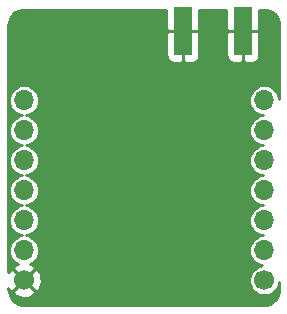
<source format=gbl>
G04 #@! TF.GenerationSoftware,KiCad,Pcbnew,(5.1.4)-1*
G04 #@! TF.CreationDate,2019-10-27T13:18:03+01:00*
G04 #@! TF.ProjectId,project,70726f6a-6563-4742-9e6b-696361645f70,rev?*
G04 #@! TF.SameCoordinates,Original*
G04 #@! TF.FileFunction,Copper,L2,Bot*
G04 #@! TF.FilePolarity,Positive*
%FSLAX46Y46*%
G04 Gerber Fmt 4.6, Leading zero omitted, Abs format (unit mm)*
G04 Created by KiCad (PCBNEW (5.1.4)-1) date 2019-10-27 13:18:03*
%MOMM*%
%LPD*%
G04 APERTURE LIST*
%ADD10R,1.524000X4.064000*%
%ADD11O,1.700000X1.700000*%
%ADD12C,1.700000*%
%ADD13C,0.800000*%
%ADD14C,0.600000*%
%ADD15C,0.254000*%
G04 APERTURE END LIST*
D10*
X136502140Y-78427580D03*
X131422140Y-78427580D03*
D11*
X117970300Y-84277200D03*
X117970300Y-86817200D03*
X117970300Y-89357200D03*
X117970300Y-91897200D03*
X117970300Y-94437200D03*
X117970300Y-96977200D03*
D12*
X117970300Y-99517200D03*
D11*
X138303000Y-84277200D03*
X138303000Y-86817200D03*
X138303000Y-89357200D03*
X138303000Y-91897200D03*
X138303000Y-94437200D03*
X138303000Y-96977200D03*
D12*
X138303000Y-99517200D03*
D13*
X135133080Y-100799900D03*
D14*
X129695960Y-81427320D03*
X130695960Y-81427320D03*
X131695960Y-81427320D03*
X132695960Y-81427320D03*
X136107440Y-81427320D03*
X137107440Y-81427320D03*
X138107440Y-81427320D03*
X139107440Y-81427320D03*
X129695960Y-82264760D03*
X130695960Y-82264760D03*
X131695960Y-82264760D03*
X132695960Y-82264760D03*
X137107440Y-82264760D03*
X138107440Y-82264760D03*
X139107440Y-82264760D03*
X117312440Y-81442560D03*
X117314980Y-77757020D03*
X124134880Y-77754480D03*
X124127260Y-79783940D03*
X129697480Y-79778860D03*
X129689860Y-77746860D03*
X138165840Y-79766160D03*
X138165840Y-77757020D03*
X117335300Y-79811880D03*
D15*
G36*
X130025140Y-78268330D02*
G01*
X130183890Y-78427080D01*
X131421640Y-78427080D01*
X131421640Y-78407080D01*
X131422640Y-78407080D01*
X131422640Y-78427080D01*
X132660390Y-78427080D01*
X132819140Y-78268330D01*
X132821884Y-76595720D01*
X135102396Y-76595720D01*
X135105140Y-78268330D01*
X135263890Y-78427080D01*
X136501640Y-78427080D01*
X136501640Y-78407080D01*
X136502640Y-78407080D01*
X136502640Y-78427080D01*
X137740390Y-78427080D01*
X137899140Y-78268330D01*
X137901884Y-76595720D01*
X138228867Y-76595720D01*
X138509391Y-76623225D01*
X138756779Y-76697917D01*
X138984951Y-76819238D01*
X139185216Y-76982570D01*
X139349937Y-77181683D01*
X139472850Y-77409004D01*
X139549268Y-77655870D01*
X139578601Y-77934957D01*
X139578601Y-84200267D01*
X139561522Y-84026864D01*
X139488502Y-83786149D01*
X139369924Y-83564304D01*
X139210344Y-83369856D01*
X139015896Y-83210276D01*
X138794051Y-83091698D01*
X138553336Y-83018678D01*
X138365726Y-83000200D01*
X138240274Y-83000200D01*
X138052664Y-83018678D01*
X137811949Y-83091698D01*
X137590104Y-83210276D01*
X137395656Y-83369856D01*
X137236076Y-83564304D01*
X137117498Y-83786149D01*
X137044478Y-84026864D01*
X137019822Y-84277200D01*
X137044478Y-84527536D01*
X137117498Y-84768251D01*
X137236076Y-84990096D01*
X137395656Y-85184544D01*
X137590104Y-85344124D01*
X137811949Y-85462702D01*
X138052664Y-85535722D01*
X138169202Y-85547200D01*
X138052664Y-85558678D01*
X137811949Y-85631698D01*
X137590104Y-85750276D01*
X137395656Y-85909856D01*
X137236076Y-86104304D01*
X137117498Y-86326149D01*
X137044478Y-86566864D01*
X137019822Y-86817200D01*
X137044478Y-87067536D01*
X137117498Y-87308251D01*
X137236076Y-87530096D01*
X137395656Y-87724544D01*
X137590104Y-87884124D01*
X137811949Y-88002702D01*
X138052664Y-88075722D01*
X138169202Y-88087200D01*
X138052664Y-88098678D01*
X137811949Y-88171698D01*
X137590104Y-88290276D01*
X137395656Y-88449856D01*
X137236076Y-88644304D01*
X137117498Y-88866149D01*
X137044478Y-89106864D01*
X137019822Y-89357200D01*
X137044478Y-89607536D01*
X137117498Y-89848251D01*
X137236076Y-90070096D01*
X137395656Y-90264544D01*
X137590104Y-90424124D01*
X137811949Y-90542702D01*
X138052664Y-90615722D01*
X138169202Y-90627200D01*
X138052664Y-90638678D01*
X137811949Y-90711698D01*
X137590104Y-90830276D01*
X137395656Y-90989856D01*
X137236076Y-91184304D01*
X137117498Y-91406149D01*
X137044478Y-91646864D01*
X137019822Y-91897200D01*
X137044478Y-92147536D01*
X137117498Y-92388251D01*
X137236076Y-92610096D01*
X137395656Y-92804544D01*
X137590104Y-92964124D01*
X137811949Y-93082702D01*
X138052664Y-93155722D01*
X138169202Y-93167200D01*
X138052664Y-93178678D01*
X137811949Y-93251698D01*
X137590104Y-93370276D01*
X137395656Y-93529856D01*
X137236076Y-93724304D01*
X137117498Y-93946149D01*
X137044478Y-94186864D01*
X137019822Y-94437200D01*
X137044478Y-94687536D01*
X137117498Y-94928251D01*
X137236076Y-95150096D01*
X137395656Y-95344544D01*
X137590104Y-95504124D01*
X137811949Y-95622702D01*
X138052664Y-95695722D01*
X138169202Y-95707200D01*
X138052664Y-95718678D01*
X137811949Y-95791698D01*
X137590104Y-95910276D01*
X137395656Y-96069856D01*
X137236076Y-96264304D01*
X137117498Y-96486149D01*
X137044478Y-96726864D01*
X137019822Y-96977200D01*
X137044478Y-97227536D01*
X137117498Y-97468251D01*
X137236076Y-97690096D01*
X137395656Y-97884544D01*
X137590104Y-98044124D01*
X137811949Y-98162702D01*
X138052664Y-98235722D01*
X138151032Y-98245410D01*
X137930513Y-98289274D01*
X137698114Y-98385537D01*
X137488960Y-98525289D01*
X137311089Y-98703160D01*
X137171337Y-98912314D01*
X137075074Y-99144713D01*
X137026000Y-99391426D01*
X137026000Y-99642974D01*
X137075074Y-99889687D01*
X137171337Y-100122086D01*
X137311089Y-100331240D01*
X137488960Y-100509111D01*
X137698114Y-100648863D01*
X137930513Y-100745126D01*
X138177226Y-100794200D01*
X138428774Y-100794200D01*
X138675487Y-100745126D01*
X138907886Y-100648863D01*
X139117040Y-100509111D01*
X139294911Y-100331240D01*
X139434663Y-100122086D01*
X139530926Y-99889687D01*
X139578600Y-99650012D01*
X139578600Y-100255866D01*
X139551095Y-100536391D01*
X139476403Y-100783779D01*
X139355082Y-101011951D01*
X139191750Y-101212216D01*
X138992635Y-101376938D01*
X138765314Y-101499850D01*
X138518449Y-101576268D01*
X138239372Y-101605600D01*
X117993634Y-101605600D01*
X117713109Y-101578095D01*
X117465721Y-101503403D01*
X117237549Y-101382082D01*
X117037284Y-101218750D01*
X116872562Y-101019635D01*
X116749650Y-100792314D01*
X116673232Y-100545449D01*
X116664297Y-100460434D01*
X117027773Y-100460434D01*
X117093620Y-100724697D01*
X117346036Y-100872527D01*
X117622442Y-100968273D01*
X117912217Y-101008255D01*
X118204224Y-100990936D01*
X118487240Y-100916983D01*
X118750392Y-100789237D01*
X118846980Y-100724697D01*
X118912827Y-100460434D01*
X117970300Y-99517907D01*
X117027773Y-100460434D01*
X116664297Y-100460434D01*
X116643900Y-100266372D01*
X116643900Y-100185306D01*
X116698263Y-100297292D01*
X116762803Y-100393880D01*
X117027066Y-100459727D01*
X117969593Y-99517200D01*
X117971007Y-99517200D01*
X118913534Y-100459727D01*
X119177797Y-100393880D01*
X119325627Y-100141464D01*
X119421373Y-99865058D01*
X119461355Y-99575283D01*
X119444036Y-99283276D01*
X119370083Y-99000260D01*
X119242337Y-98737108D01*
X119177797Y-98640520D01*
X118913534Y-98574673D01*
X117971007Y-99517200D01*
X117969593Y-99517200D01*
X117027066Y-98574673D01*
X116762803Y-98640520D01*
X116643900Y-98843544D01*
X116643900Y-84277200D01*
X116687122Y-84277200D01*
X116711778Y-84527536D01*
X116784798Y-84768251D01*
X116903376Y-84990096D01*
X117062956Y-85184544D01*
X117257404Y-85344124D01*
X117479249Y-85462702D01*
X117719964Y-85535722D01*
X117836502Y-85547200D01*
X117719964Y-85558678D01*
X117479249Y-85631698D01*
X117257404Y-85750276D01*
X117062956Y-85909856D01*
X116903376Y-86104304D01*
X116784798Y-86326149D01*
X116711778Y-86566864D01*
X116687122Y-86817200D01*
X116711778Y-87067536D01*
X116784798Y-87308251D01*
X116903376Y-87530096D01*
X117062956Y-87724544D01*
X117257404Y-87884124D01*
X117479249Y-88002702D01*
X117719964Y-88075722D01*
X117836502Y-88087200D01*
X117719964Y-88098678D01*
X117479249Y-88171698D01*
X117257404Y-88290276D01*
X117062956Y-88449856D01*
X116903376Y-88644304D01*
X116784798Y-88866149D01*
X116711778Y-89106864D01*
X116687122Y-89357200D01*
X116711778Y-89607536D01*
X116784798Y-89848251D01*
X116903376Y-90070096D01*
X117062956Y-90264544D01*
X117257404Y-90424124D01*
X117479249Y-90542702D01*
X117719964Y-90615722D01*
X117836502Y-90627200D01*
X117719964Y-90638678D01*
X117479249Y-90711698D01*
X117257404Y-90830276D01*
X117062956Y-90989856D01*
X116903376Y-91184304D01*
X116784798Y-91406149D01*
X116711778Y-91646864D01*
X116687122Y-91897200D01*
X116711778Y-92147536D01*
X116784798Y-92388251D01*
X116903376Y-92610096D01*
X117062956Y-92804544D01*
X117257404Y-92964124D01*
X117479249Y-93082702D01*
X117719964Y-93155722D01*
X117836502Y-93167200D01*
X117719964Y-93178678D01*
X117479249Y-93251698D01*
X117257404Y-93370276D01*
X117062956Y-93529856D01*
X116903376Y-93724304D01*
X116784798Y-93946149D01*
X116711778Y-94186864D01*
X116687122Y-94437200D01*
X116711778Y-94687536D01*
X116784798Y-94928251D01*
X116903376Y-95150096D01*
X117062956Y-95344544D01*
X117257404Y-95504124D01*
X117479249Y-95622702D01*
X117719964Y-95695722D01*
X117836502Y-95707200D01*
X117719964Y-95718678D01*
X117479249Y-95791698D01*
X117257404Y-95910276D01*
X117062956Y-96069856D01*
X116903376Y-96264304D01*
X116784798Y-96486149D01*
X116711778Y-96726864D01*
X116687122Y-96977200D01*
X116711778Y-97227536D01*
X116784798Y-97468251D01*
X116903376Y-97690096D01*
X117062956Y-97884544D01*
X117257404Y-98044124D01*
X117422528Y-98132384D01*
X117190208Y-98245163D01*
X117093620Y-98309703D01*
X117027773Y-98573966D01*
X117970300Y-99516493D01*
X118912827Y-98573966D01*
X118846980Y-98309703D01*
X118594564Y-98161873D01*
X118514675Y-98134200D01*
X118683196Y-98044124D01*
X118877644Y-97884544D01*
X119037224Y-97690096D01*
X119155802Y-97468251D01*
X119228822Y-97227536D01*
X119253478Y-96977200D01*
X119228822Y-96726864D01*
X119155802Y-96486149D01*
X119037224Y-96264304D01*
X118877644Y-96069856D01*
X118683196Y-95910276D01*
X118461351Y-95791698D01*
X118220636Y-95718678D01*
X118104098Y-95707200D01*
X118220636Y-95695722D01*
X118461351Y-95622702D01*
X118683196Y-95504124D01*
X118877644Y-95344544D01*
X119037224Y-95150096D01*
X119155802Y-94928251D01*
X119228822Y-94687536D01*
X119253478Y-94437200D01*
X119228822Y-94186864D01*
X119155802Y-93946149D01*
X119037224Y-93724304D01*
X118877644Y-93529856D01*
X118683196Y-93370276D01*
X118461351Y-93251698D01*
X118220636Y-93178678D01*
X118104098Y-93167200D01*
X118220636Y-93155722D01*
X118461351Y-93082702D01*
X118683196Y-92964124D01*
X118877644Y-92804544D01*
X119037224Y-92610096D01*
X119155802Y-92388251D01*
X119228822Y-92147536D01*
X119253478Y-91897200D01*
X119228822Y-91646864D01*
X119155802Y-91406149D01*
X119037224Y-91184304D01*
X118877644Y-90989856D01*
X118683196Y-90830276D01*
X118461351Y-90711698D01*
X118220636Y-90638678D01*
X118104098Y-90627200D01*
X118220636Y-90615722D01*
X118461351Y-90542702D01*
X118683196Y-90424124D01*
X118877644Y-90264544D01*
X119037224Y-90070096D01*
X119155802Y-89848251D01*
X119228822Y-89607536D01*
X119253478Y-89357200D01*
X119228822Y-89106864D01*
X119155802Y-88866149D01*
X119037224Y-88644304D01*
X118877644Y-88449856D01*
X118683196Y-88290276D01*
X118461351Y-88171698D01*
X118220636Y-88098678D01*
X118104098Y-88087200D01*
X118220636Y-88075722D01*
X118461351Y-88002702D01*
X118683196Y-87884124D01*
X118877644Y-87724544D01*
X119037224Y-87530096D01*
X119155802Y-87308251D01*
X119228822Y-87067536D01*
X119253478Y-86817200D01*
X119228822Y-86566864D01*
X119155802Y-86326149D01*
X119037224Y-86104304D01*
X118877644Y-85909856D01*
X118683196Y-85750276D01*
X118461351Y-85631698D01*
X118220636Y-85558678D01*
X118104098Y-85547200D01*
X118220636Y-85535722D01*
X118461351Y-85462702D01*
X118683196Y-85344124D01*
X118877644Y-85184544D01*
X119037224Y-84990096D01*
X119155802Y-84768251D01*
X119228822Y-84527536D01*
X119253478Y-84277200D01*
X119228822Y-84026864D01*
X119155802Y-83786149D01*
X119037224Y-83564304D01*
X118877644Y-83369856D01*
X118683196Y-83210276D01*
X118461351Y-83091698D01*
X118220636Y-83018678D01*
X118033026Y-83000200D01*
X117907574Y-83000200D01*
X117719964Y-83018678D01*
X117479249Y-83091698D01*
X117257404Y-83210276D01*
X117062956Y-83369856D01*
X116903376Y-83564304D01*
X116784798Y-83786149D01*
X116711778Y-84026864D01*
X116687122Y-84277200D01*
X116643900Y-84277200D01*
X116643900Y-80459580D01*
X130022068Y-80459580D01*
X130034328Y-80584062D01*
X130070638Y-80703760D01*
X130129603Y-80814074D01*
X130208955Y-80910765D01*
X130305646Y-80990117D01*
X130415960Y-81049082D01*
X130535658Y-81085392D01*
X130660140Y-81097652D01*
X131262890Y-81094580D01*
X131421640Y-80935830D01*
X131421640Y-78428080D01*
X131422640Y-78428080D01*
X131422640Y-80935830D01*
X131581390Y-81094580D01*
X132184140Y-81097652D01*
X132308622Y-81085392D01*
X132428320Y-81049082D01*
X132538634Y-80990117D01*
X132635325Y-80910765D01*
X132714677Y-80814074D01*
X132773642Y-80703760D01*
X132809952Y-80584062D01*
X132822212Y-80459580D01*
X135102068Y-80459580D01*
X135114328Y-80584062D01*
X135150638Y-80703760D01*
X135209603Y-80814074D01*
X135288955Y-80910765D01*
X135385646Y-80990117D01*
X135495960Y-81049082D01*
X135615658Y-81085392D01*
X135740140Y-81097652D01*
X136342890Y-81094580D01*
X136501640Y-80935830D01*
X136501640Y-78428080D01*
X136502640Y-78428080D01*
X136502640Y-80935830D01*
X136661390Y-81094580D01*
X137264140Y-81097652D01*
X137388622Y-81085392D01*
X137508320Y-81049082D01*
X137618634Y-80990117D01*
X137715325Y-80910765D01*
X137794677Y-80814074D01*
X137853642Y-80703760D01*
X137889952Y-80584062D01*
X137902212Y-80459580D01*
X137899140Y-78586830D01*
X137740390Y-78428080D01*
X136502640Y-78428080D01*
X136501640Y-78428080D01*
X135263890Y-78428080D01*
X135105140Y-78586830D01*
X135102068Y-80459580D01*
X132822212Y-80459580D01*
X132819140Y-78586830D01*
X132660390Y-78428080D01*
X131422640Y-78428080D01*
X131421640Y-78428080D01*
X130183890Y-78428080D01*
X130025140Y-78586830D01*
X130022068Y-80459580D01*
X116643900Y-80459580D01*
X116643900Y-77945453D01*
X116671405Y-77664929D01*
X116746097Y-77417541D01*
X116867418Y-77189369D01*
X117030750Y-76989104D01*
X117229863Y-76824383D01*
X117457184Y-76701470D01*
X117704050Y-76625052D01*
X117983128Y-76595720D01*
X130022396Y-76595720D01*
X130025140Y-78268330D01*
X130025140Y-78268330D01*
G37*
X130025140Y-78268330D02*
X130183890Y-78427080D01*
X131421640Y-78427080D01*
X131421640Y-78407080D01*
X131422640Y-78407080D01*
X131422640Y-78427080D01*
X132660390Y-78427080D01*
X132819140Y-78268330D01*
X132821884Y-76595720D01*
X135102396Y-76595720D01*
X135105140Y-78268330D01*
X135263890Y-78427080D01*
X136501640Y-78427080D01*
X136501640Y-78407080D01*
X136502640Y-78407080D01*
X136502640Y-78427080D01*
X137740390Y-78427080D01*
X137899140Y-78268330D01*
X137901884Y-76595720D01*
X138228867Y-76595720D01*
X138509391Y-76623225D01*
X138756779Y-76697917D01*
X138984951Y-76819238D01*
X139185216Y-76982570D01*
X139349937Y-77181683D01*
X139472850Y-77409004D01*
X139549268Y-77655870D01*
X139578601Y-77934957D01*
X139578601Y-84200267D01*
X139561522Y-84026864D01*
X139488502Y-83786149D01*
X139369924Y-83564304D01*
X139210344Y-83369856D01*
X139015896Y-83210276D01*
X138794051Y-83091698D01*
X138553336Y-83018678D01*
X138365726Y-83000200D01*
X138240274Y-83000200D01*
X138052664Y-83018678D01*
X137811949Y-83091698D01*
X137590104Y-83210276D01*
X137395656Y-83369856D01*
X137236076Y-83564304D01*
X137117498Y-83786149D01*
X137044478Y-84026864D01*
X137019822Y-84277200D01*
X137044478Y-84527536D01*
X137117498Y-84768251D01*
X137236076Y-84990096D01*
X137395656Y-85184544D01*
X137590104Y-85344124D01*
X137811949Y-85462702D01*
X138052664Y-85535722D01*
X138169202Y-85547200D01*
X138052664Y-85558678D01*
X137811949Y-85631698D01*
X137590104Y-85750276D01*
X137395656Y-85909856D01*
X137236076Y-86104304D01*
X137117498Y-86326149D01*
X137044478Y-86566864D01*
X137019822Y-86817200D01*
X137044478Y-87067536D01*
X137117498Y-87308251D01*
X137236076Y-87530096D01*
X137395656Y-87724544D01*
X137590104Y-87884124D01*
X137811949Y-88002702D01*
X138052664Y-88075722D01*
X138169202Y-88087200D01*
X138052664Y-88098678D01*
X137811949Y-88171698D01*
X137590104Y-88290276D01*
X137395656Y-88449856D01*
X137236076Y-88644304D01*
X137117498Y-88866149D01*
X137044478Y-89106864D01*
X137019822Y-89357200D01*
X137044478Y-89607536D01*
X137117498Y-89848251D01*
X137236076Y-90070096D01*
X137395656Y-90264544D01*
X137590104Y-90424124D01*
X137811949Y-90542702D01*
X138052664Y-90615722D01*
X138169202Y-90627200D01*
X138052664Y-90638678D01*
X137811949Y-90711698D01*
X137590104Y-90830276D01*
X137395656Y-90989856D01*
X137236076Y-91184304D01*
X137117498Y-91406149D01*
X137044478Y-91646864D01*
X137019822Y-91897200D01*
X137044478Y-92147536D01*
X137117498Y-92388251D01*
X137236076Y-92610096D01*
X137395656Y-92804544D01*
X137590104Y-92964124D01*
X137811949Y-93082702D01*
X138052664Y-93155722D01*
X138169202Y-93167200D01*
X138052664Y-93178678D01*
X137811949Y-93251698D01*
X137590104Y-93370276D01*
X137395656Y-93529856D01*
X137236076Y-93724304D01*
X137117498Y-93946149D01*
X137044478Y-94186864D01*
X137019822Y-94437200D01*
X137044478Y-94687536D01*
X137117498Y-94928251D01*
X137236076Y-95150096D01*
X137395656Y-95344544D01*
X137590104Y-95504124D01*
X137811949Y-95622702D01*
X138052664Y-95695722D01*
X138169202Y-95707200D01*
X138052664Y-95718678D01*
X137811949Y-95791698D01*
X137590104Y-95910276D01*
X137395656Y-96069856D01*
X137236076Y-96264304D01*
X137117498Y-96486149D01*
X137044478Y-96726864D01*
X137019822Y-96977200D01*
X137044478Y-97227536D01*
X137117498Y-97468251D01*
X137236076Y-97690096D01*
X137395656Y-97884544D01*
X137590104Y-98044124D01*
X137811949Y-98162702D01*
X138052664Y-98235722D01*
X138151032Y-98245410D01*
X137930513Y-98289274D01*
X137698114Y-98385537D01*
X137488960Y-98525289D01*
X137311089Y-98703160D01*
X137171337Y-98912314D01*
X137075074Y-99144713D01*
X137026000Y-99391426D01*
X137026000Y-99642974D01*
X137075074Y-99889687D01*
X137171337Y-100122086D01*
X137311089Y-100331240D01*
X137488960Y-100509111D01*
X137698114Y-100648863D01*
X137930513Y-100745126D01*
X138177226Y-100794200D01*
X138428774Y-100794200D01*
X138675487Y-100745126D01*
X138907886Y-100648863D01*
X139117040Y-100509111D01*
X139294911Y-100331240D01*
X139434663Y-100122086D01*
X139530926Y-99889687D01*
X139578600Y-99650012D01*
X139578600Y-100255866D01*
X139551095Y-100536391D01*
X139476403Y-100783779D01*
X139355082Y-101011951D01*
X139191750Y-101212216D01*
X138992635Y-101376938D01*
X138765314Y-101499850D01*
X138518449Y-101576268D01*
X138239372Y-101605600D01*
X117993634Y-101605600D01*
X117713109Y-101578095D01*
X117465721Y-101503403D01*
X117237549Y-101382082D01*
X117037284Y-101218750D01*
X116872562Y-101019635D01*
X116749650Y-100792314D01*
X116673232Y-100545449D01*
X116664297Y-100460434D01*
X117027773Y-100460434D01*
X117093620Y-100724697D01*
X117346036Y-100872527D01*
X117622442Y-100968273D01*
X117912217Y-101008255D01*
X118204224Y-100990936D01*
X118487240Y-100916983D01*
X118750392Y-100789237D01*
X118846980Y-100724697D01*
X118912827Y-100460434D01*
X117970300Y-99517907D01*
X117027773Y-100460434D01*
X116664297Y-100460434D01*
X116643900Y-100266372D01*
X116643900Y-100185306D01*
X116698263Y-100297292D01*
X116762803Y-100393880D01*
X117027066Y-100459727D01*
X117969593Y-99517200D01*
X117971007Y-99517200D01*
X118913534Y-100459727D01*
X119177797Y-100393880D01*
X119325627Y-100141464D01*
X119421373Y-99865058D01*
X119461355Y-99575283D01*
X119444036Y-99283276D01*
X119370083Y-99000260D01*
X119242337Y-98737108D01*
X119177797Y-98640520D01*
X118913534Y-98574673D01*
X117971007Y-99517200D01*
X117969593Y-99517200D01*
X117027066Y-98574673D01*
X116762803Y-98640520D01*
X116643900Y-98843544D01*
X116643900Y-84277200D01*
X116687122Y-84277200D01*
X116711778Y-84527536D01*
X116784798Y-84768251D01*
X116903376Y-84990096D01*
X117062956Y-85184544D01*
X117257404Y-85344124D01*
X117479249Y-85462702D01*
X117719964Y-85535722D01*
X117836502Y-85547200D01*
X117719964Y-85558678D01*
X117479249Y-85631698D01*
X117257404Y-85750276D01*
X117062956Y-85909856D01*
X116903376Y-86104304D01*
X116784798Y-86326149D01*
X116711778Y-86566864D01*
X116687122Y-86817200D01*
X116711778Y-87067536D01*
X116784798Y-87308251D01*
X116903376Y-87530096D01*
X117062956Y-87724544D01*
X117257404Y-87884124D01*
X117479249Y-88002702D01*
X117719964Y-88075722D01*
X117836502Y-88087200D01*
X117719964Y-88098678D01*
X117479249Y-88171698D01*
X117257404Y-88290276D01*
X117062956Y-88449856D01*
X116903376Y-88644304D01*
X116784798Y-88866149D01*
X116711778Y-89106864D01*
X116687122Y-89357200D01*
X116711778Y-89607536D01*
X116784798Y-89848251D01*
X116903376Y-90070096D01*
X117062956Y-90264544D01*
X117257404Y-90424124D01*
X117479249Y-90542702D01*
X117719964Y-90615722D01*
X117836502Y-90627200D01*
X117719964Y-90638678D01*
X117479249Y-90711698D01*
X117257404Y-90830276D01*
X117062956Y-90989856D01*
X116903376Y-91184304D01*
X116784798Y-91406149D01*
X116711778Y-91646864D01*
X116687122Y-91897200D01*
X116711778Y-92147536D01*
X116784798Y-92388251D01*
X116903376Y-92610096D01*
X117062956Y-92804544D01*
X117257404Y-92964124D01*
X117479249Y-93082702D01*
X117719964Y-93155722D01*
X117836502Y-93167200D01*
X117719964Y-93178678D01*
X117479249Y-93251698D01*
X117257404Y-93370276D01*
X117062956Y-93529856D01*
X116903376Y-93724304D01*
X116784798Y-93946149D01*
X116711778Y-94186864D01*
X116687122Y-94437200D01*
X116711778Y-94687536D01*
X116784798Y-94928251D01*
X116903376Y-95150096D01*
X117062956Y-95344544D01*
X117257404Y-95504124D01*
X117479249Y-95622702D01*
X117719964Y-95695722D01*
X117836502Y-95707200D01*
X117719964Y-95718678D01*
X117479249Y-95791698D01*
X117257404Y-95910276D01*
X117062956Y-96069856D01*
X116903376Y-96264304D01*
X116784798Y-96486149D01*
X116711778Y-96726864D01*
X116687122Y-96977200D01*
X116711778Y-97227536D01*
X116784798Y-97468251D01*
X116903376Y-97690096D01*
X117062956Y-97884544D01*
X117257404Y-98044124D01*
X117422528Y-98132384D01*
X117190208Y-98245163D01*
X117093620Y-98309703D01*
X117027773Y-98573966D01*
X117970300Y-99516493D01*
X118912827Y-98573966D01*
X118846980Y-98309703D01*
X118594564Y-98161873D01*
X118514675Y-98134200D01*
X118683196Y-98044124D01*
X118877644Y-97884544D01*
X119037224Y-97690096D01*
X119155802Y-97468251D01*
X119228822Y-97227536D01*
X119253478Y-96977200D01*
X119228822Y-96726864D01*
X119155802Y-96486149D01*
X119037224Y-96264304D01*
X118877644Y-96069856D01*
X118683196Y-95910276D01*
X118461351Y-95791698D01*
X118220636Y-95718678D01*
X118104098Y-95707200D01*
X118220636Y-95695722D01*
X118461351Y-95622702D01*
X118683196Y-95504124D01*
X118877644Y-95344544D01*
X119037224Y-95150096D01*
X119155802Y-94928251D01*
X119228822Y-94687536D01*
X119253478Y-94437200D01*
X119228822Y-94186864D01*
X119155802Y-93946149D01*
X119037224Y-93724304D01*
X118877644Y-93529856D01*
X118683196Y-93370276D01*
X118461351Y-93251698D01*
X118220636Y-93178678D01*
X118104098Y-93167200D01*
X118220636Y-93155722D01*
X118461351Y-93082702D01*
X118683196Y-92964124D01*
X118877644Y-92804544D01*
X119037224Y-92610096D01*
X119155802Y-92388251D01*
X119228822Y-92147536D01*
X119253478Y-91897200D01*
X119228822Y-91646864D01*
X119155802Y-91406149D01*
X119037224Y-91184304D01*
X118877644Y-90989856D01*
X118683196Y-90830276D01*
X118461351Y-90711698D01*
X118220636Y-90638678D01*
X118104098Y-90627200D01*
X118220636Y-90615722D01*
X118461351Y-90542702D01*
X118683196Y-90424124D01*
X118877644Y-90264544D01*
X119037224Y-90070096D01*
X119155802Y-89848251D01*
X119228822Y-89607536D01*
X119253478Y-89357200D01*
X119228822Y-89106864D01*
X119155802Y-88866149D01*
X119037224Y-88644304D01*
X118877644Y-88449856D01*
X118683196Y-88290276D01*
X118461351Y-88171698D01*
X118220636Y-88098678D01*
X118104098Y-88087200D01*
X118220636Y-88075722D01*
X118461351Y-88002702D01*
X118683196Y-87884124D01*
X118877644Y-87724544D01*
X119037224Y-87530096D01*
X119155802Y-87308251D01*
X119228822Y-87067536D01*
X119253478Y-86817200D01*
X119228822Y-86566864D01*
X119155802Y-86326149D01*
X119037224Y-86104304D01*
X118877644Y-85909856D01*
X118683196Y-85750276D01*
X118461351Y-85631698D01*
X118220636Y-85558678D01*
X118104098Y-85547200D01*
X118220636Y-85535722D01*
X118461351Y-85462702D01*
X118683196Y-85344124D01*
X118877644Y-85184544D01*
X119037224Y-84990096D01*
X119155802Y-84768251D01*
X119228822Y-84527536D01*
X119253478Y-84277200D01*
X119228822Y-84026864D01*
X119155802Y-83786149D01*
X119037224Y-83564304D01*
X118877644Y-83369856D01*
X118683196Y-83210276D01*
X118461351Y-83091698D01*
X118220636Y-83018678D01*
X118033026Y-83000200D01*
X117907574Y-83000200D01*
X117719964Y-83018678D01*
X117479249Y-83091698D01*
X117257404Y-83210276D01*
X117062956Y-83369856D01*
X116903376Y-83564304D01*
X116784798Y-83786149D01*
X116711778Y-84026864D01*
X116687122Y-84277200D01*
X116643900Y-84277200D01*
X116643900Y-80459580D01*
X130022068Y-80459580D01*
X130034328Y-80584062D01*
X130070638Y-80703760D01*
X130129603Y-80814074D01*
X130208955Y-80910765D01*
X130305646Y-80990117D01*
X130415960Y-81049082D01*
X130535658Y-81085392D01*
X130660140Y-81097652D01*
X131262890Y-81094580D01*
X131421640Y-80935830D01*
X131421640Y-78428080D01*
X131422640Y-78428080D01*
X131422640Y-80935830D01*
X131581390Y-81094580D01*
X132184140Y-81097652D01*
X132308622Y-81085392D01*
X132428320Y-81049082D01*
X132538634Y-80990117D01*
X132635325Y-80910765D01*
X132714677Y-80814074D01*
X132773642Y-80703760D01*
X132809952Y-80584062D01*
X132822212Y-80459580D01*
X135102068Y-80459580D01*
X135114328Y-80584062D01*
X135150638Y-80703760D01*
X135209603Y-80814074D01*
X135288955Y-80910765D01*
X135385646Y-80990117D01*
X135495960Y-81049082D01*
X135615658Y-81085392D01*
X135740140Y-81097652D01*
X136342890Y-81094580D01*
X136501640Y-80935830D01*
X136501640Y-78428080D01*
X136502640Y-78428080D01*
X136502640Y-80935830D01*
X136661390Y-81094580D01*
X137264140Y-81097652D01*
X137388622Y-81085392D01*
X137508320Y-81049082D01*
X137618634Y-80990117D01*
X137715325Y-80910765D01*
X137794677Y-80814074D01*
X137853642Y-80703760D01*
X137889952Y-80584062D01*
X137902212Y-80459580D01*
X137899140Y-78586830D01*
X137740390Y-78428080D01*
X136502640Y-78428080D01*
X136501640Y-78428080D01*
X135263890Y-78428080D01*
X135105140Y-78586830D01*
X135102068Y-80459580D01*
X132822212Y-80459580D01*
X132819140Y-78586830D01*
X132660390Y-78428080D01*
X131422640Y-78428080D01*
X131421640Y-78428080D01*
X130183890Y-78428080D01*
X130025140Y-78586830D01*
X130022068Y-80459580D01*
X116643900Y-80459580D01*
X116643900Y-77945453D01*
X116671405Y-77664929D01*
X116746097Y-77417541D01*
X116867418Y-77189369D01*
X117030750Y-76989104D01*
X117229863Y-76824383D01*
X117457184Y-76701470D01*
X117704050Y-76625052D01*
X117983128Y-76595720D01*
X130022396Y-76595720D01*
X130025140Y-78268330D01*
M02*

</source>
